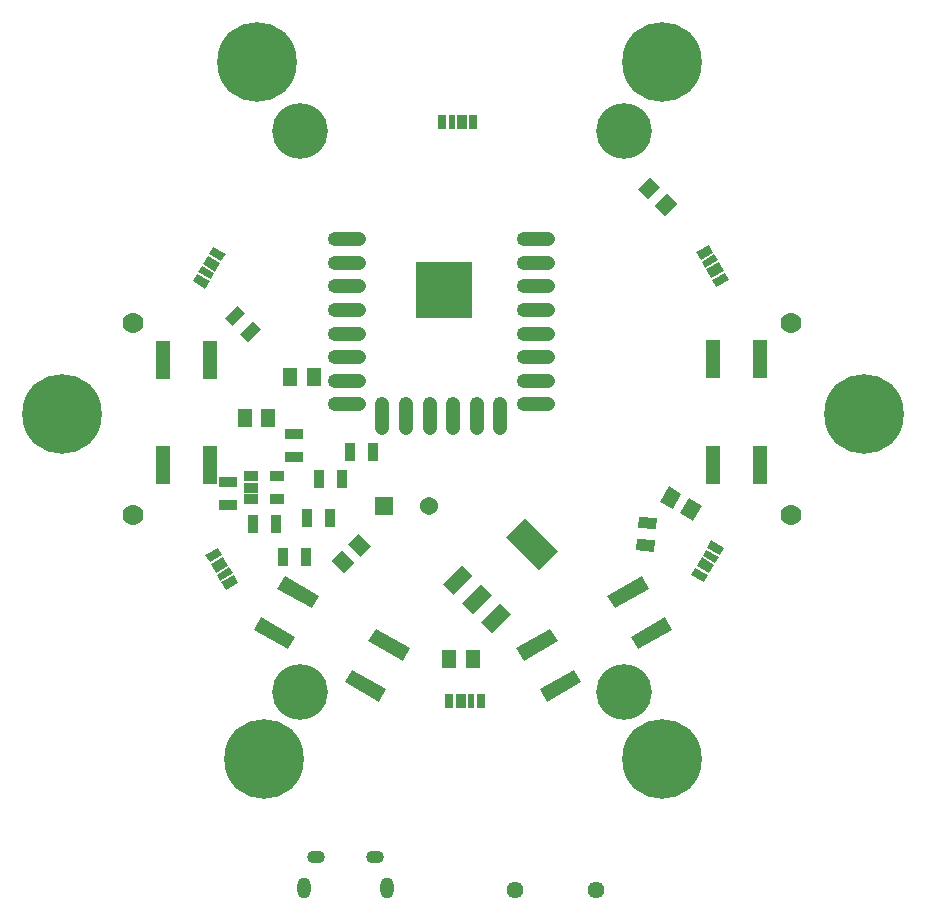
<source format=gts>
G04 #@! TF.FileFunction,Soldermask,Top*
%FSLAX46Y46*%
G04 Gerber Fmt 4.6, Leading zero omitted, Abs format (unit mm)*
G04 Created by KiCad (PCBNEW 4.0.2+dfsg1-stable) date Fri 28 Sep 2018 02:00:57 AM EDT*
%MOMM*%
G01*
G04 APERTURE LIST*
%ADD10C,0.100000*%
%ADD11O,3.240000X1.240000*%
%ADD12O,1.240000X3.240000*%
%ADD13R,1.240000X1.490000*%
%ADD14R,0.940000X1.540000*%
%ADD15R,1.540000X0.940000*%
%ADD16R,1.240000X3.340000*%
%ADD17O,1.140000X1.800000*%
%ADD18O,1.490000X1.090000*%
%ADD19C,1.440000*%
%ADD20R,1.300000X0.890000*%
%ADD21R,1.540000X1.540000*%
%ADD22C,1.540000*%
%ADD23C,1.764000*%
%ADD24C,4.710400*%
%ADD25C,6.740000*%
%ADD26R,4.710400X4.710400*%
%ADD27R,0.690000X1.240000*%
%ADD28R,0.840000X1.240000*%
%ADD29R,0.590000X1.240000*%
%ADD30R,0.740000X1.240000*%
G04 APERTURE END LIST*
D10*
D11*
X76836000Y-40434000D03*
X76836000Y-42434000D03*
X76836000Y-44434000D03*
X76836000Y-46434000D03*
X76836000Y-48434000D03*
X76836000Y-50434000D03*
X76836000Y-52434000D03*
X76836000Y-54434000D03*
D12*
X79836000Y-55434000D03*
X81836000Y-55434000D03*
X83836000Y-55434000D03*
X85836000Y-55434000D03*
X87836000Y-55434000D03*
X89836000Y-55434000D03*
D11*
X92836000Y-54434000D03*
X92836000Y-52434000D03*
X92836000Y-50434000D03*
X92836000Y-48434000D03*
X92836000Y-46434000D03*
X92836000Y-44434000D03*
X92836000Y-42434000D03*
X92836000Y-40434000D03*
D10*
G36*
X103344539Y-62665189D02*
X104089539Y-61374811D01*
X105163411Y-61994811D01*
X104418411Y-63285189D01*
X103344539Y-62665189D01*
X103344539Y-62665189D01*
G37*
G36*
X105076589Y-63665189D02*
X105821589Y-62374811D01*
X106895461Y-62994811D01*
X106150461Y-64285189D01*
X105076589Y-63665189D01*
X105076589Y-63665189D01*
G37*
G36*
X76597281Y-68728308D02*
X75543692Y-67674719D01*
X76420505Y-66797906D01*
X77474094Y-67851495D01*
X76597281Y-68728308D01*
X76597281Y-68728308D01*
G37*
G36*
X78011495Y-67314094D02*
X76957906Y-66260505D01*
X77834719Y-65383692D01*
X78888308Y-66437281D01*
X78011495Y-67314094D01*
X78011495Y-67314094D01*
G37*
D13*
X70170000Y-55550000D03*
X68170000Y-55550000D03*
D10*
G36*
X69578563Y-48069619D02*
X68489619Y-49158563D01*
X67824939Y-48493883D01*
X68913883Y-47404939D01*
X69578563Y-48069619D01*
X69578563Y-48069619D01*
G37*
G36*
X68235061Y-46726117D02*
X67146117Y-47815061D01*
X66481437Y-47150381D01*
X67570381Y-46061437D01*
X68235061Y-46726117D01*
X68235061Y-46726117D01*
G37*
G36*
X101591691Y-63923294D02*
X103125831Y-64057513D01*
X103043905Y-64993936D01*
X101509765Y-64859717D01*
X101591691Y-63923294D01*
X101591691Y-63923294D01*
G37*
G36*
X101426095Y-65816064D02*
X102960235Y-65950283D01*
X102878309Y-66886706D01*
X101344169Y-66752487D01*
X101426095Y-65816064D01*
X101426095Y-65816064D01*
G37*
D14*
X73472000Y-64008000D03*
X75372000Y-64008000D03*
X71440000Y-67310000D03*
X73340000Y-67310000D03*
X68900000Y-64516000D03*
X70800000Y-64516000D03*
X74488000Y-60706000D03*
X76388000Y-60706000D03*
D15*
X72390000Y-56962000D03*
X72390000Y-58862000D03*
X66802000Y-62926000D03*
X66802000Y-61026000D03*
D10*
G36*
X103784405Y-72427615D02*
X104404405Y-73501487D01*
X101511881Y-75171487D01*
X100891881Y-74097615D01*
X103784405Y-72427615D01*
X103784405Y-72427615D01*
G37*
G36*
X101784405Y-68963513D02*
X102404405Y-70037385D01*
X99511881Y-71707385D01*
X98891881Y-70633513D01*
X101784405Y-68963513D01*
X101784405Y-68963513D01*
G37*
G36*
X94068119Y-73418513D02*
X94688119Y-74492385D01*
X91795595Y-76162385D01*
X91175595Y-75088513D01*
X94068119Y-73418513D01*
X94068119Y-73418513D01*
G37*
G36*
X96068119Y-76882615D02*
X96688119Y-77956487D01*
X93795595Y-79626487D01*
X93175595Y-78552615D01*
X96068119Y-76882615D01*
X96068119Y-76882615D01*
G37*
D16*
X65238000Y-50663000D03*
X61238000Y-50663000D03*
X61238000Y-59573000D03*
X65238000Y-59573000D03*
X107836000Y-59527000D03*
X111836000Y-59527000D03*
X111836000Y-50617000D03*
X107836000Y-50617000D03*
D10*
G36*
X80179405Y-78552615D02*
X79559405Y-79626487D01*
X76666881Y-77956487D01*
X77286881Y-76882615D01*
X80179405Y-78552615D01*
X80179405Y-78552615D01*
G37*
G36*
X82179405Y-75088513D02*
X81559405Y-76162385D01*
X78666881Y-74492385D01*
X79286881Y-73418513D01*
X82179405Y-75088513D01*
X82179405Y-75088513D01*
G37*
G36*
X74463119Y-70633513D02*
X73843119Y-71707385D01*
X70950595Y-70037385D01*
X71570595Y-68963513D01*
X74463119Y-70633513D01*
X74463119Y-70633513D01*
G37*
G36*
X72463119Y-74097615D02*
X71843119Y-75171487D01*
X68950595Y-73501487D01*
X69570595Y-72427615D01*
X72463119Y-74097615D01*
X72463119Y-74097615D01*
G37*
D17*
X73208000Y-95410000D03*
X80208000Y-95410000D03*
D18*
X74208000Y-92710000D03*
X79208000Y-92710000D03*
D19*
X97888000Y-95510000D03*
X91088000Y-95510000D03*
D20*
X68750000Y-60518000D03*
X68750000Y-61468000D03*
X68750000Y-62418000D03*
X70950000Y-62418000D03*
X70950000Y-60518000D03*
D10*
G36*
X90323584Y-65670397D02*
X91930131Y-64063850D01*
X94686150Y-66819869D01*
X93079603Y-68426416D01*
X90323584Y-65670397D01*
X90323584Y-65670397D01*
G37*
G36*
X86587797Y-71274077D02*
X88194343Y-69667531D01*
X89082469Y-70555657D01*
X87475923Y-72162203D01*
X86587797Y-71274077D01*
X86587797Y-71274077D01*
G37*
G36*
X88204244Y-72890523D02*
X89810790Y-71283977D01*
X90698916Y-72172103D01*
X89092370Y-73778649D01*
X88204244Y-72890523D01*
X88204244Y-72890523D01*
G37*
G36*
X84971351Y-69657630D02*
X86577897Y-68051084D01*
X87466023Y-68939210D01*
X85859477Y-70545756D01*
X84971351Y-69657630D01*
X84971351Y-69657630D01*
G37*
D21*
X80010000Y-62992000D03*
D22*
X83810000Y-62992000D03*
D10*
G36*
X104796308Y-37448719D02*
X103742719Y-38502308D01*
X102865906Y-37625495D01*
X103919495Y-36571906D01*
X104796308Y-37448719D01*
X104796308Y-37448719D01*
G37*
G36*
X103382094Y-36034505D02*
X102328505Y-37088094D01*
X101451692Y-36211281D01*
X102505281Y-35157692D01*
X103382094Y-36034505D01*
X103382094Y-36034505D01*
G37*
D23*
X114464000Y-47498000D03*
X58764000Y-47498000D03*
X58764000Y-63754000D03*
X114464000Y-63754000D03*
D24*
X72898000Y-31242000D03*
X72898000Y-78740000D03*
X100330000Y-78740000D03*
X100330000Y-31242000D03*
D13*
X74025000Y-52070000D03*
X72025000Y-52070000D03*
D25*
X103505000Y-84455000D03*
X52705000Y-55245000D03*
X120650000Y-55245000D03*
X69850000Y-84455000D03*
X69215000Y-25400000D03*
X103505000Y-25400000D03*
D26*
X85050000Y-44760000D03*
D13*
X87500000Y-76020000D03*
X85500000Y-76020000D03*
D14*
X77140000Y-58480000D03*
X79040000Y-58480000D03*
D10*
G36*
X65486077Y-41077039D02*
X66559949Y-41697039D01*
X66214949Y-42294597D01*
X65141077Y-41674597D01*
X65486077Y-41077039D01*
X65486077Y-41077039D01*
G37*
G36*
X65036077Y-41856461D02*
X66109949Y-42476461D01*
X65689949Y-43203923D01*
X64616077Y-42583923D01*
X65036077Y-41856461D01*
X65036077Y-41856461D01*
G37*
G36*
X64536077Y-42722488D02*
X65609949Y-43342488D01*
X65314949Y-43853442D01*
X64241077Y-43233442D01*
X64536077Y-42722488D01*
X64536077Y-42722488D01*
G37*
G36*
X64161077Y-43372007D02*
X65234949Y-43992007D01*
X64864949Y-44632865D01*
X63791077Y-44012865D01*
X64161077Y-43372007D01*
X64161077Y-43372007D01*
G37*
G36*
X64866077Y-67197039D02*
X65939949Y-66577039D01*
X66284949Y-67174597D01*
X65211077Y-67794597D01*
X64866077Y-67197039D01*
X64866077Y-67197039D01*
G37*
G36*
X65316077Y-67976461D02*
X66389949Y-67356461D01*
X66809949Y-68083923D01*
X65736077Y-68703923D01*
X65316077Y-67976461D01*
X65316077Y-67976461D01*
G37*
G36*
X65816077Y-68842488D02*
X66889949Y-68222488D01*
X67184949Y-68733442D01*
X66111077Y-69353442D01*
X65816077Y-68842488D01*
X65816077Y-68842488D01*
G37*
G36*
X66191077Y-69492007D02*
X67264949Y-68872007D01*
X67634949Y-69512865D01*
X66561077Y-70132865D01*
X66191077Y-69492007D01*
X66191077Y-69492007D01*
G37*
D27*
X85505000Y-79540000D03*
D28*
X86480000Y-79540000D03*
D29*
X87355000Y-79540000D03*
D30*
X88180000Y-79540000D03*
D10*
G36*
X107073923Y-69502961D02*
X106000051Y-68882961D01*
X106345051Y-68285403D01*
X107418923Y-68905403D01*
X107073923Y-69502961D01*
X107073923Y-69502961D01*
G37*
G36*
X107523923Y-68723539D02*
X106450051Y-68103539D01*
X106870051Y-67376077D01*
X107943923Y-67996077D01*
X107523923Y-68723539D01*
X107523923Y-68723539D01*
G37*
G36*
X108023923Y-67857512D02*
X106950051Y-67237512D01*
X107245051Y-66726558D01*
X108318923Y-67346558D01*
X108023923Y-67857512D01*
X108023923Y-67857512D01*
G37*
G36*
X108398923Y-67207993D02*
X107325051Y-66587993D01*
X107695051Y-65947135D01*
X108768923Y-66567135D01*
X108398923Y-67207993D01*
X108398923Y-67207993D01*
G37*
G36*
X109193923Y-43882961D02*
X108120051Y-44502961D01*
X107775051Y-43905403D01*
X108848923Y-43285403D01*
X109193923Y-43882961D01*
X109193923Y-43882961D01*
G37*
G36*
X108743923Y-43103539D02*
X107670051Y-43723539D01*
X107250051Y-42996077D01*
X108323923Y-42376077D01*
X108743923Y-43103539D01*
X108743923Y-43103539D01*
G37*
G36*
X108243923Y-42237512D02*
X107170051Y-42857512D01*
X106875051Y-42346558D01*
X107948923Y-41726558D01*
X108243923Y-42237512D01*
X108243923Y-42237512D01*
G37*
G36*
X107868923Y-41587993D02*
X106795051Y-42207993D01*
X106425051Y-41567135D01*
X107498923Y-40947135D01*
X107868923Y-41587993D01*
X107868923Y-41587993D01*
G37*
D27*
X87555000Y-30540000D03*
D28*
X86580000Y-30540000D03*
D29*
X85705000Y-30540000D03*
D30*
X84880000Y-30540000D03*
M02*

</source>
